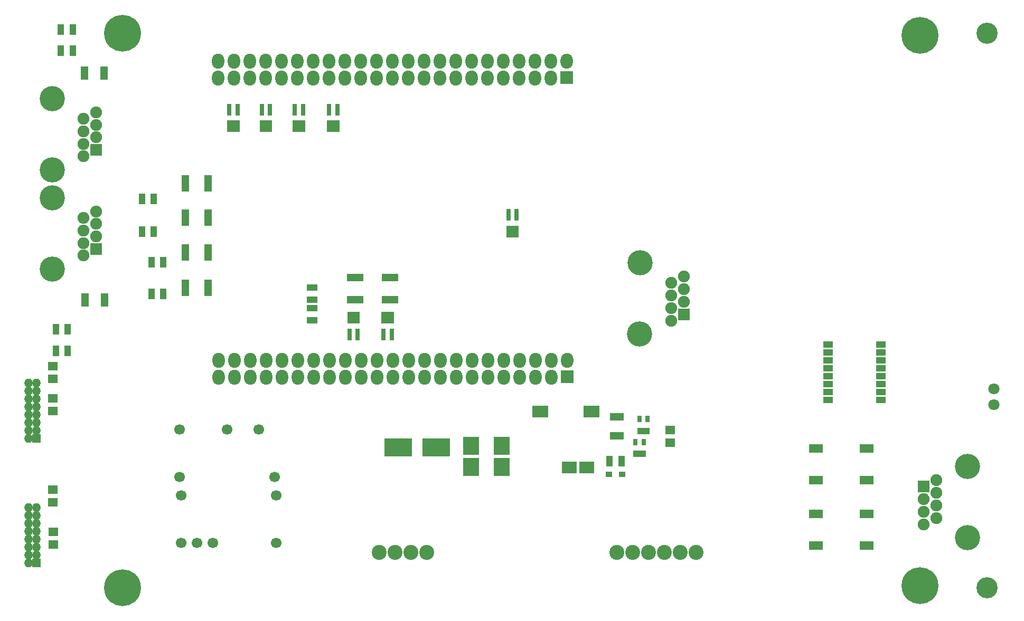
<source format=gbr>
G04 #@! TF.FileFunction,Soldermask,Top*
%FSLAX46Y46*%
G04 Gerber Fmt 4.6, Leading zero omitted, Abs format (unit mm)*
G04 Created by KiCad (PCBNEW 4.0.4+e1-6308~48~ubuntu15.10.1-stable) date Thu Jul 19 16:03:55 2018*
%MOMM*%
%LPD*%
G01*
G04 APERTURE LIST*
%ADD10C,0.100000*%
%ADD11R,1.540000X1.020000*%
%ADD12R,2.300000X1.400000*%
%ADD13R,0.650000X1.150000*%
%ADD14R,1.150000X0.650000*%
%ADD15R,1.150000X0.750000*%
%ADD16R,0.750000X1.150000*%
%ADD17R,0.800000X1.900000*%
%ADD18R,1.400000X1.400000*%
%ADD19O,1.400000X1.400000*%
%ADD20R,1.650000X1.400000*%
%ADD21C,4.050000*%
%ADD22C,1.900000*%
%ADD23R,1.900000X1.900000*%
%ADD24C,5.900000*%
%ADD25C,3.400000*%
%ADD26C,2.400000*%
%ADD27C,1.700000*%
%ADD28C,1.800000*%
%ADD29R,2.000000X2.000000*%
%ADD30O,2.000000X2.400000*%
%ADD31R,2.500000X3.000000*%
%ADD32R,4.400000X2.900000*%
%ADD33R,1.100000X1.700000*%
%ADD34R,1.000000X0.850000*%
%ADD35R,0.800000X1.050000*%
%ADD36R,2.550000X1.900000*%
%ADD37R,1.700000X1.100000*%
%ADD38R,2.350000X1.900000*%
G04 APERTURE END LIST*
D10*
D11*
X170732240Y-74980840D03*
X170732240Y-76230840D03*
X170732240Y-77505840D03*
X170732240Y-78780840D03*
X170732240Y-80055840D03*
X170732240Y-81330840D03*
X170732240Y-82605840D03*
X170732240Y-83855840D03*
X162207240Y-74955840D03*
X162207240Y-82605840D03*
X162207240Y-81330840D03*
X162207240Y-80055840D03*
X162207240Y-78805840D03*
X162207240Y-77530840D03*
X162207240Y-76205840D03*
X162207240Y-83855840D03*
D12*
X160300000Y-107250000D03*
X168375000Y-107250000D03*
X160325000Y-102150000D03*
X168375000Y-102150000D03*
X160300000Y-96750000D03*
X168375000Y-96750000D03*
X160325000Y-91650000D03*
X168375000Y-91650000D03*
D13*
X129101240Y-89637200D03*
X128601240Y-89637200D03*
X128101240Y-89637200D03*
X127601240Y-89637200D03*
X129101240Y-86537200D03*
X128601240Y-86537200D03*
X127601240Y-86537200D03*
X128101240Y-86537200D03*
D14*
X43047240Y-32140840D03*
X43047240Y-31640840D03*
X43047240Y-31140840D03*
X43047240Y-30640840D03*
X46147240Y-32140840D03*
X46147240Y-31640840D03*
X46147240Y-30640840D03*
X46147240Y-31140840D03*
X43150000Y-68550000D03*
X43150000Y-68050000D03*
X43150000Y-67550000D03*
X43150000Y-67050000D03*
X46250000Y-68550000D03*
X46250000Y-68050000D03*
X46250000Y-67050000D03*
X46250000Y-67550000D03*
D15*
X59197240Y-66865840D03*
X59197240Y-66215840D03*
X59197240Y-65565840D03*
X59197240Y-64915840D03*
X62797240Y-66865840D03*
X62797240Y-66215840D03*
X62797240Y-64915840D03*
X62797240Y-65565840D03*
X59197240Y-61165840D03*
X59197240Y-60515840D03*
X59197240Y-59865840D03*
X59197240Y-59215840D03*
X62797240Y-61165840D03*
X62797240Y-60515840D03*
X62797240Y-59215840D03*
X62797240Y-59865840D03*
X59197240Y-55565840D03*
X59197240Y-54915840D03*
X59197240Y-54265840D03*
X59197240Y-53615840D03*
X62797240Y-55565840D03*
X62797240Y-54915840D03*
X62797240Y-53615840D03*
X62797240Y-54265840D03*
X59197240Y-50065840D03*
X59197240Y-49415840D03*
X59197240Y-48765840D03*
X59197240Y-48115840D03*
X62797240Y-50065840D03*
X62797240Y-49415840D03*
X62797240Y-48115840D03*
X62797240Y-48765840D03*
D16*
X85450240Y-64200000D03*
X86100240Y-64200000D03*
X86750240Y-64200000D03*
X87400240Y-64200000D03*
X85450240Y-67800000D03*
X86100240Y-67800000D03*
X87400240Y-67800000D03*
X86750240Y-67800000D03*
X91025000Y-64200000D03*
X91675000Y-64200000D03*
X92325000Y-64200000D03*
X92975000Y-64200000D03*
X91025000Y-67800000D03*
X91675000Y-67800000D03*
X92975000Y-67800000D03*
X92325000Y-67800000D03*
D17*
X66250000Y-39930000D03*
X66900000Y-39930000D03*
X67550000Y-39930000D03*
X67550000Y-37270000D03*
X66250000Y-37270000D03*
D18*
X35357240Y-110040840D03*
D19*
X34087240Y-110040840D03*
X35357240Y-108770840D03*
X34087240Y-108770840D03*
X35357240Y-107500840D03*
X34087240Y-107500840D03*
X35357240Y-106230840D03*
X34087240Y-106230840D03*
X35357240Y-104960840D03*
X34087240Y-104960840D03*
X35357240Y-103690840D03*
X34087240Y-103690840D03*
X35357240Y-102420840D03*
X34087240Y-102420840D03*
X35357240Y-101150840D03*
X34087240Y-101150840D03*
D20*
X37978040Y-83630000D03*
X37978040Y-85630000D03*
D21*
X184607240Y-94535840D03*
X184582240Y-105965840D03*
D22*
X179582240Y-96715840D03*
D23*
X177532240Y-97740840D03*
D22*
X179582240Y-98740840D03*
X177532240Y-99765840D03*
X179582240Y-100765840D03*
X177532240Y-101790840D03*
X179582240Y-102790840D03*
X177542240Y-103805840D03*
D24*
X176939100Y-25343000D03*
X49088200Y-25001000D03*
X49088200Y-114001000D03*
D25*
X187758200Y-114001000D03*
X187758200Y-25001000D03*
D24*
X176939100Y-113659000D03*
D26*
X141037240Y-108300840D03*
X138497240Y-108300840D03*
X135957240Y-108300840D03*
X133417240Y-108300840D03*
X130877240Y-108300840D03*
X128337240Y-108300840D03*
X90237240Y-108300840D03*
X92777240Y-108300840D03*
X95317240Y-108300840D03*
X97857240Y-108300840D03*
D27*
X73497240Y-96190840D03*
X70957240Y-88570840D03*
X65877240Y-88570840D03*
X58257240Y-96190840D03*
X58257240Y-88570840D03*
X58517240Y-106780840D03*
X61057240Y-106780840D03*
X63597240Y-106780840D03*
X73757240Y-106780840D03*
X73757240Y-99160840D03*
X58517240Y-99160840D03*
D18*
X35357240Y-90040840D03*
D19*
X34087240Y-90040840D03*
X35357240Y-88770840D03*
X34087240Y-88770840D03*
X35357240Y-87500840D03*
X34087240Y-87500840D03*
X35357240Y-86230840D03*
X34087240Y-86230840D03*
X35357240Y-84960840D03*
X34087240Y-84960840D03*
X35357240Y-83690840D03*
X34087240Y-83690840D03*
X35357240Y-82420840D03*
X34087240Y-82420840D03*
X35357240Y-81150840D03*
X34087240Y-81150840D03*
D28*
X188857240Y-82060840D03*
X188857240Y-84600840D03*
D17*
X111000000Y-56830000D03*
X111650000Y-56830000D03*
X112300000Y-56830000D03*
X112300000Y-54170000D03*
X111000000Y-54170000D03*
X71447240Y-39920840D03*
X72097240Y-39920840D03*
X72747240Y-39920840D03*
X72747240Y-37260840D03*
X71447240Y-37260840D03*
X76747240Y-39920840D03*
X77397240Y-39920840D03*
X78047240Y-39920840D03*
X78047240Y-37260840D03*
X76747240Y-37260840D03*
X82247240Y-39920840D03*
X82897240Y-39920840D03*
X83547240Y-39920840D03*
X83547240Y-37260840D03*
X82247240Y-37260840D03*
D29*
X120370000Y-80135000D03*
D30*
X120370000Y-77495000D03*
X117830000Y-80235000D03*
X117830000Y-77495000D03*
X115290000Y-80235000D03*
X115290000Y-77495000D03*
X112750000Y-80235000D03*
X112750000Y-77495000D03*
X110210000Y-80235000D03*
X110210000Y-77495000D03*
X107670000Y-80235000D03*
X107670000Y-77495000D03*
X105130000Y-80235000D03*
X105130000Y-77495000D03*
X102590000Y-80235000D03*
X102590000Y-77495000D03*
X100050000Y-80235000D03*
X100050000Y-77495000D03*
X97510000Y-80235000D03*
X97510000Y-77495000D03*
X94970000Y-80235000D03*
X94970000Y-77495000D03*
X92430000Y-80235000D03*
X92430000Y-77495000D03*
X89890000Y-80235000D03*
X89890000Y-77495000D03*
X87350000Y-80235000D03*
X87350000Y-77495000D03*
X84810000Y-80235000D03*
X84810000Y-77495000D03*
X82270000Y-80235000D03*
X82270000Y-77495000D03*
X79730000Y-80235000D03*
X79730000Y-77495000D03*
X77190000Y-80235000D03*
X77190000Y-77495000D03*
X74650000Y-80235000D03*
X74650000Y-77495000D03*
X72110000Y-80235000D03*
X72110000Y-77495000D03*
X69570000Y-80235000D03*
X69570000Y-77495000D03*
X67030000Y-80235000D03*
X67030000Y-77495000D03*
X64490000Y-80235000D03*
X64490000Y-77495000D03*
D29*
X120340000Y-32115000D03*
D30*
X120340000Y-29475000D03*
X117800000Y-32215000D03*
X117800000Y-29475000D03*
X115260000Y-32215000D03*
X115260000Y-29475000D03*
X112720000Y-32215000D03*
X112720000Y-29475000D03*
X110180000Y-32215000D03*
X110180000Y-29475000D03*
X107640000Y-32215000D03*
X107640000Y-29475000D03*
X105100000Y-32215000D03*
X105100000Y-29475000D03*
X102560000Y-32215000D03*
X102560000Y-29475000D03*
X100020000Y-32215000D03*
X100020000Y-29475000D03*
X97480000Y-32215000D03*
X97480000Y-29475000D03*
X94940000Y-32215000D03*
X94940000Y-29475000D03*
X92400000Y-32215000D03*
X92400000Y-29475000D03*
X89860000Y-32215000D03*
X89860000Y-29475000D03*
X87320000Y-32215000D03*
X87320000Y-29475000D03*
X84780000Y-32215000D03*
X84780000Y-29475000D03*
X82240000Y-32215000D03*
X82240000Y-29475000D03*
X79700000Y-32215000D03*
X79700000Y-29475000D03*
X77160000Y-32215000D03*
X77160000Y-29475000D03*
X74620000Y-32215000D03*
X74620000Y-29475000D03*
X72080000Y-32215000D03*
X72080000Y-29475000D03*
X69540000Y-32215000D03*
X69540000Y-29475000D03*
X67000000Y-32215000D03*
X67000000Y-29475000D03*
X64460000Y-32215000D03*
X64460000Y-29475000D03*
D31*
X105022440Y-91236800D03*
X109922440Y-91236800D03*
X105022440Y-94589600D03*
X109922440Y-94589600D03*
D32*
X93290000Y-91480000D03*
X99390000Y-91480000D03*
D20*
X37978040Y-80448400D03*
X37978040Y-78448400D03*
D33*
X38447240Y-72540840D03*
X40347240Y-72540840D03*
X38450000Y-75950000D03*
X40350000Y-75950000D03*
X39247240Y-27790840D03*
X41147240Y-27790840D03*
X39247240Y-24390840D03*
X41147240Y-24390840D03*
X52250000Y-56850000D03*
X54150000Y-56850000D03*
X52250000Y-51600000D03*
X54150000Y-51600000D03*
X53750000Y-66850000D03*
X55650000Y-66850000D03*
X53750000Y-61750000D03*
X55650000Y-61750000D03*
D21*
X132047240Y-73295840D03*
X132072240Y-61865840D03*
D22*
X137072240Y-71115840D03*
D23*
X139122240Y-70090840D03*
D22*
X137072240Y-69090840D03*
X139122240Y-68065840D03*
X137072240Y-67065840D03*
X139122240Y-66040840D03*
X137072240Y-65040840D03*
X139112240Y-64025840D03*
D21*
X37847240Y-46955000D03*
X37872240Y-35525000D03*
D22*
X42872240Y-44775000D03*
D23*
X44922240Y-43750000D03*
D22*
X42872240Y-42750000D03*
X44922240Y-41725000D03*
X42872240Y-40725000D03*
X44922240Y-39700000D03*
X42872240Y-38700000D03*
X44912240Y-37685000D03*
D21*
X37847240Y-62865840D03*
X37872240Y-51435840D03*
D22*
X42872240Y-60685840D03*
D23*
X44922240Y-59660840D03*
D22*
X42872240Y-58660840D03*
X44922240Y-57635840D03*
X42872240Y-56635840D03*
X44922240Y-55610840D03*
X42872240Y-54610840D03*
X44912240Y-53595840D03*
D20*
X38054240Y-105019600D03*
X38054240Y-107019600D03*
X37927240Y-100263200D03*
X37927240Y-98263200D03*
X136936440Y-88712800D03*
X136936440Y-90712800D03*
D34*
X129198040Y-95808800D03*
X127098040Y-95808800D03*
D33*
X129098040Y-93675200D03*
X127198040Y-93675200D03*
D35*
X132019240Y-88834000D03*
X133319240Y-88834000D03*
X132669240Y-88834000D03*
X133319240Y-86934000D03*
X132019240Y-86934000D03*
X131358840Y-92491600D03*
X132658840Y-92491600D03*
X132008840Y-92491600D03*
X132658840Y-90591600D03*
X131358840Y-90591600D03*
D36*
X124338040Y-85750400D03*
X116088040Y-85750400D03*
D37*
X79532440Y-69154000D03*
X79532440Y-71054000D03*
X79532440Y-67752000D03*
X79532440Y-65852000D03*
D17*
X86786440Y-70670000D03*
X86136440Y-70670000D03*
X85486440Y-70670000D03*
X85486440Y-73330000D03*
X86786440Y-73330000D03*
X92272840Y-70670000D03*
X91622840Y-70670000D03*
X90972840Y-70670000D03*
X90972840Y-73330000D03*
X92272840Y-73330000D03*
D38*
X123528640Y-94691200D03*
X120778640Y-94691200D03*
M02*

</source>
